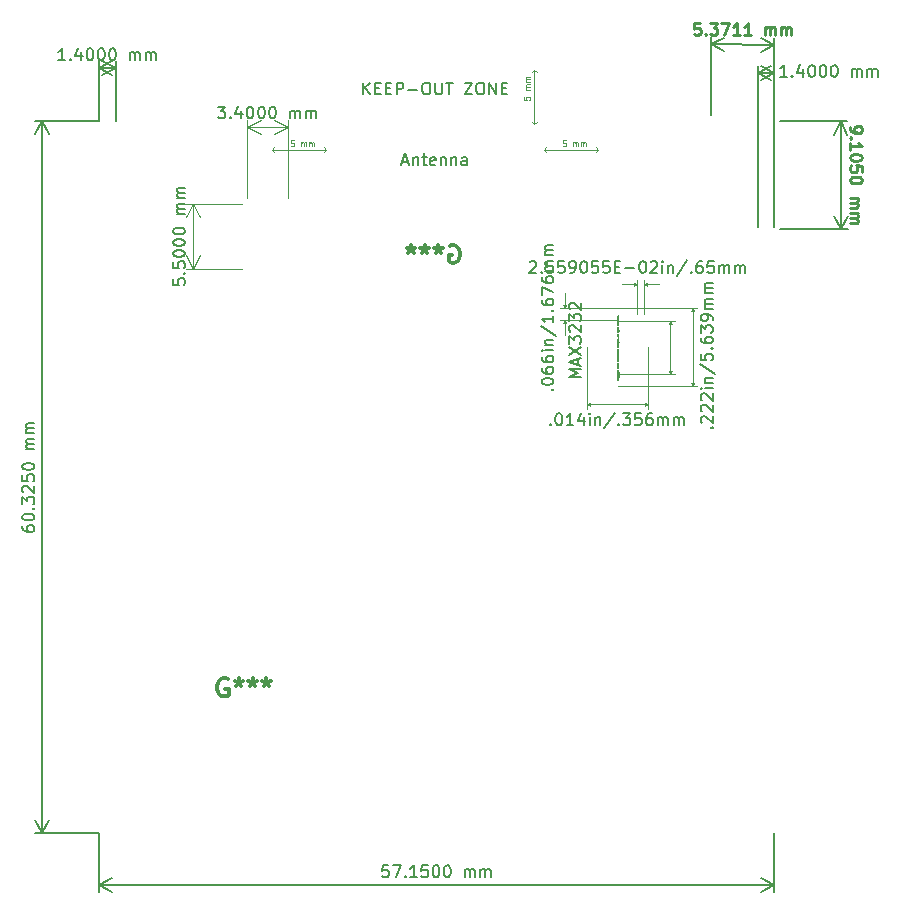
<source format=gbr>
%TF.GenerationSoftware,KiCad,Pcbnew,(6.0.7)*%
%TF.CreationDate,2023-01-19T11:49:32-06:00*%
%TF.ProjectId,SmartSpin2k,536d6172-7453-4706-996e-326b2e6b6963,2.35*%
%TF.SameCoordinates,Original*%
%TF.FileFunction,Other,Comment*%
%FSLAX46Y46*%
G04 Gerber Fmt 4.6, Leading zero omitted, Abs format (unit mm)*
G04 Created by KiCad (PCBNEW (6.0.7)) date 2023-01-19 11:49:32*
%MOMM*%
%LPD*%
G01*
G04 APERTURE LIST*
%ADD10C,0.250000*%
%ADD11C,0.200000*%
%ADD12C,0.150000*%
%ADD13C,0.100000*%
%ADD14C,0.002000*%
%ADD15C,0.300000*%
G04 APERTURE END LIST*
D10*
X50884706Y68606952D02*
X50408521Y68609204D01*
X50358650Y68133244D01*
X50406494Y68180637D01*
X50501956Y68227805D01*
X50740049Y68226680D01*
X50835061Y68178611D01*
X50882454Y68130767D01*
X50929622Y68035305D01*
X50928496Y67797212D01*
X50880427Y67702200D01*
X50832584Y67654807D01*
X50737121Y67607639D01*
X50499029Y67608765D01*
X50404017Y67656834D01*
X50356624Y67704677D01*
X51356613Y67699948D02*
X51404006Y67652105D01*
X51356162Y67604711D01*
X51308769Y67652555D01*
X51356613Y67699948D01*
X51356162Y67604711D01*
X51741839Y68602899D02*
X52360880Y68599971D01*
X52025749Y68220599D01*
X52168604Y68219924D01*
X52263616Y68171855D01*
X52311010Y68124011D01*
X52358178Y68028549D01*
X52357052Y67790456D01*
X52308983Y67695445D01*
X52261139Y67648051D01*
X52165677Y67600883D01*
X51879966Y67602234D01*
X51784954Y67650303D01*
X51737561Y67698147D01*
X52694210Y68598395D02*
X53360869Y68595242D01*
X52927573Y67597280D01*
X54260892Y67590975D02*
X53689469Y67593677D01*
X53975181Y67592326D02*
X53979910Y68592315D01*
X53883997Y68449909D01*
X53788310Y68355123D01*
X53692847Y68307955D01*
X55213262Y67586471D02*
X54641840Y67589173D01*
X54927551Y67587822D02*
X54932280Y68587811D01*
X54836367Y68445406D01*
X54740680Y68350619D01*
X54645218Y68303451D01*
X56403725Y67580841D02*
X56406877Y68247500D01*
X56406427Y68152263D02*
X56454271Y68199656D01*
X56549733Y68246825D01*
X56692589Y68246149D01*
X56787600Y68198080D01*
X56834769Y68102618D01*
X56832291Y67578814D01*
X56834769Y68102618D02*
X56882837Y68197630D01*
X56978300Y68244798D01*
X57121155Y68244122D01*
X57216167Y68196053D01*
X57263335Y68100591D01*
X57260858Y67576787D01*
X57737043Y67574535D02*
X57740196Y68241195D01*
X57739746Y68145958D02*
X57787589Y68193351D01*
X57883051Y68240519D01*
X58025907Y68239844D01*
X58120919Y68191775D01*
X58168087Y68096312D01*
X58165610Y67572509D01*
X58168087Y68096312D02*
X58216156Y68191324D01*
X58311618Y68238492D01*
X58454474Y68237817D01*
X58549485Y68189748D01*
X58596654Y68094286D01*
X58594176Y67570482D01*
D11*
X51781365Y60810394D02*
X51812487Y67391351D01*
X57152365Y60784994D02*
X57183487Y67365951D01*
X51809713Y66804938D02*
X57180713Y66779538D01*
X51809713Y66804938D02*
X57180713Y66779538D01*
X51809713Y66804938D02*
X52933431Y66213197D01*
X51809713Y66804938D02*
X52938977Y67386025D01*
X57180713Y66779538D02*
X56056995Y67371279D01*
X57180713Y66779538D02*
X56051449Y66198451D01*
D12*
X58242571Y64062620D02*
X57671142Y64062620D01*
X57956857Y64062620D02*
X57956857Y65062620D01*
X57861619Y64919762D01*
X57766380Y64824524D01*
X57671142Y64776905D01*
X58671142Y64157858D02*
X58718761Y64110239D01*
X58671142Y64062620D01*
X58623523Y64110239D01*
X58671142Y64157858D01*
X58671142Y64062620D01*
X59575904Y64729286D02*
X59575904Y64062620D01*
X59337809Y65110239D02*
X59099714Y64395953D01*
X59718761Y64395953D01*
X60290190Y65062620D02*
X60385428Y65062620D01*
X60480666Y65015000D01*
X60528285Y64967381D01*
X60575904Y64872143D01*
X60623523Y64681667D01*
X60623523Y64443572D01*
X60575904Y64253096D01*
X60528285Y64157858D01*
X60480666Y64110239D01*
X60385428Y64062620D01*
X60290190Y64062620D01*
X60194952Y64110239D01*
X60147333Y64157858D01*
X60099714Y64253096D01*
X60052095Y64443572D01*
X60052095Y64681667D01*
X60099714Y64872143D01*
X60147333Y64967381D01*
X60194952Y65015000D01*
X60290190Y65062620D01*
X61242571Y65062620D02*
X61337809Y65062620D01*
X61433047Y65015000D01*
X61480666Y64967381D01*
X61528285Y64872143D01*
X61575904Y64681667D01*
X61575904Y64443572D01*
X61528285Y64253096D01*
X61480666Y64157858D01*
X61433047Y64110239D01*
X61337809Y64062620D01*
X61242571Y64062620D01*
X61147333Y64110239D01*
X61099714Y64157858D01*
X61052095Y64253096D01*
X61004476Y64443572D01*
X61004476Y64681667D01*
X61052095Y64872143D01*
X61099714Y64967381D01*
X61147333Y65015000D01*
X61242571Y65062620D01*
X62194952Y65062620D02*
X62290190Y65062620D01*
X62385428Y65015000D01*
X62433047Y64967381D01*
X62480666Y64872143D01*
X62528285Y64681667D01*
X62528285Y64443572D01*
X62480666Y64253096D01*
X62433047Y64157858D01*
X62385428Y64110239D01*
X62290190Y64062620D01*
X62194952Y64062620D01*
X62099714Y64110239D01*
X62052095Y64157858D01*
X62004476Y64253096D01*
X61956857Y64443572D01*
X61956857Y64681667D01*
X62004476Y64872143D01*
X62052095Y64967381D01*
X62099714Y65015000D01*
X62194952Y65062620D01*
X63718761Y64062620D02*
X63718761Y64729286D01*
X63718761Y64634048D02*
X63766380Y64681667D01*
X63861619Y64729286D01*
X64004476Y64729286D01*
X64099714Y64681667D01*
X64147333Y64586429D01*
X64147333Y64062620D01*
X64147333Y64586429D02*
X64194952Y64681667D01*
X64290190Y64729286D01*
X64433047Y64729286D01*
X64528285Y64681667D01*
X64575904Y64586429D01*
X64575904Y64062620D01*
X65052095Y64062620D02*
X65052095Y64729286D01*
X65052095Y64634048D02*
X65099714Y64681667D01*
X65194952Y64729286D01*
X65337809Y64729286D01*
X65433047Y64681667D01*
X65480666Y64586429D01*
X65480666Y64062620D01*
X65480666Y64586429D02*
X65528285Y64681667D01*
X65623523Y64729286D01*
X65766380Y64729286D01*
X65861619Y64681667D01*
X65909238Y64586429D01*
X65909238Y64062620D01*
X57150000Y51307000D02*
X57150000Y64974420D01*
X55750000Y51307000D02*
X55750000Y64974420D01*
X56905667Y64388000D02*
X55750000Y64388000D01*
X57150000Y64388000D02*
X56023496Y64974421D01*
X57150000Y64388000D02*
X56023496Y63801579D01*
X55750000Y64388000D02*
X56876504Y63801579D01*
X55750000Y64388000D02*
X56876504Y64974421D01*
X-2871429Y65467620D02*
X-3442858Y65467620D01*
X-3157143Y65467620D02*
X-3157143Y66467620D01*
X-3252381Y66324762D01*
X-3347620Y66229524D01*
X-3442858Y66181905D01*
X-2442858Y65562858D02*
X-2395239Y65515239D01*
X-2442858Y65467620D01*
X-2490477Y65515239D01*
X-2442858Y65562858D01*
X-2442858Y65467620D01*
X-1538096Y66134286D02*
X-1538096Y65467620D01*
X-1776191Y66515239D02*
X-2014286Y65800953D01*
X-1395239Y65800953D01*
X-823810Y66467620D02*
X-728572Y66467620D01*
X-633334Y66420000D01*
X-585715Y66372381D01*
X-538096Y66277143D01*
X-490477Y66086667D01*
X-490477Y65848572D01*
X-538096Y65658096D01*
X-585715Y65562858D01*
X-633334Y65515239D01*
X-728572Y65467620D01*
X-823810Y65467620D01*
X-919048Y65515239D01*
X-966667Y65562858D01*
X-1014286Y65658096D01*
X-1061905Y65848572D01*
X-1061905Y66086667D01*
X-1014286Y66277143D01*
X-966667Y66372381D01*
X-919048Y66420000D01*
X-823810Y66467620D01*
X128571Y66467620D02*
X223809Y66467620D01*
X319047Y66420000D01*
X366666Y66372381D01*
X414285Y66277143D01*
X461904Y66086667D01*
X461904Y65848572D01*
X414285Y65658096D01*
X366666Y65562858D01*
X319047Y65515239D01*
X223809Y65467620D01*
X128571Y65467620D01*
X33333Y65515239D01*
X-14286Y65562858D01*
X-61905Y65658096D01*
X-109524Y65848572D01*
X-109524Y66086667D01*
X-61905Y66277143D01*
X-14286Y66372381D01*
X33333Y66420000D01*
X128571Y66467620D01*
X1080952Y66467620D02*
X1176190Y66467620D01*
X1271428Y66420000D01*
X1319047Y66372381D01*
X1366666Y66277143D01*
X1414285Y66086667D01*
X1414285Y65848572D01*
X1366666Y65658096D01*
X1319047Y65562858D01*
X1271428Y65515239D01*
X1176190Y65467620D01*
X1080952Y65467620D01*
X985714Y65515239D01*
X938095Y65562858D01*
X890476Y65658096D01*
X842857Y65848572D01*
X842857Y66086667D01*
X890476Y66277143D01*
X938095Y66372381D01*
X985714Y66420000D01*
X1080952Y66467620D01*
X2604761Y65467620D02*
X2604761Y66134286D01*
X2604761Y66039048D02*
X2652380Y66086667D01*
X2747619Y66134286D01*
X2890476Y66134286D01*
X2985714Y66086667D01*
X3033333Y65991429D01*
X3033333Y65467620D01*
X3033333Y65991429D02*
X3080952Y66086667D01*
X3176190Y66134286D01*
X3319047Y66134286D01*
X3414285Y66086667D01*
X3461904Y65991429D01*
X3461904Y65467620D01*
X3938095Y65467620D02*
X3938095Y66134286D01*
X3938095Y66039048D02*
X3985714Y66086667D01*
X4080952Y66134286D01*
X4223809Y66134286D01*
X4319047Y66086667D01*
X4366666Y65991429D01*
X4366666Y65467620D01*
X4366666Y65991429D02*
X4414285Y66086667D01*
X4509523Y66134286D01*
X4652380Y66134286D01*
X4747619Y66086667D01*
X4795238Y65991429D01*
X4795238Y65467620D01*
X1400000Y60325000D02*
X1400000Y65356420D01*
X0Y60325000D02*
X0Y65356420D01*
X1400000Y64770000D02*
X0Y64770000D01*
X1400000Y64770000D02*
X0Y64770000D01*
X1400000Y64770000D02*
X273496Y65356421D01*
X1400000Y64770000D02*
X273496Y64183579D01*
X0Y64770000D02*
X1126504Y64183579D01*
X0Y64770000D02*
X1126504Y65356421D01*
X10075523Y61539020D02*
X10694571Y61539020D01*
X10361238Y61158067D01*
X10504095Y61158067D01*
X10599333Y61110448D01*
X10646952Y61062829D01*
X10694571Y60967591D01*
X10694571Y60729496D01*
X10646952Y60634258D01*
X10599333Y60586639D01*
X10504095Y60539020D01*
X10218380Y60539020D01*
X10123142Y60586639D01*
X10075523Y60634258D01*
X11123142Y60634258D02*
X11170761Y60586639D01*
X11123142Y60539020D01*
X11075523Y60586639D01*
X11123142Y60634258D01*
X11123142Y60539020D01*
X12027904Y61205686D02*
X12027904Y60539020D01*
X11789809Y61586639D02*
X11551714Y60872353D01*
X12170761Y60872353D01*
X12742190Y61539020D02*
X12837428Y61539020D01*
X12932666Y61491400D01*
X12980285Y61443781D01*
X13027904Y61348543D01*
X13075523Y61158067D01*
X13075523Y60919972D01*
X13027904Y60729496D01*
X12980285Y60634258D01*
X12932666Y60586639D01*
X12837428Y60539020D01*
X12742190Y60539020D01*
X12646952Y60586639D01*
X12599333Y60634258D01*
X12551714Y60729496D01*
X12504095Y60919972D01*
X12504095Y61158067D01*
X12551714Y61348543D01*
X12599333Y61443781D01*
X12646952Y61491400D01*
X12742190Y61539020D01*
X13694571Y61539020D02*
X13789809Y61539020D01*
X13885047Y61491400D01*
X13932666Y61443781D01*
X13980285Y61348543D01*
X14027904Y61158067D01*
X14027904Y60919972D01*
X13980285Y60729496D01*
X13932666Y60634258D01*
X13885047Y60586639D01*
X13789809Y60539020D01*
X13694571Y60539020D01*
X13599333Y60586639D01*
X13551714Y60634258D01*
X13504095Y60729496D01*
X13456476Y60919972D01*
X13456476Y61158067D01*
X13504095Y61348543D01*
X13551714Y61443781D01*
X13599333Y61491400D01*
X13694571Y61539020D01*
X14646952Y61539020D02*
X14742190Y61539020D01*
X14837428Y61491400D01*
X14885047Y61443781D01*
X14932666Y61348543D01*
X14980285Y61158067D01*
X14980285Y60919972D01*
X14932666Y60729496D01*
X14885047Y60634258D01*
X14837428Y60586639D01*
X14742190Y60539020D01*
X14646952Y60539020D01*
X14551714Y60586639D01*
X14504095Y60634258D01*
X14456476Y60729496D01*
X14408857Y60919972D01*
X14408857Y61158067D01*
X14456476Y61348543D01*
X14504095Y61443781D01*
X14551714Y61491400D01*
X14646952Y61539020D01*
X16170761Y60539020D02*
X16170761Y61205686D01*
X16170761Y61110448D02*
X16218380Y61158067D01*
X16313619Y61205686D01*
X16456476Y61205686D01*
X16551714Y61158067D01*
X16599333Y61062829D01*
X16599333Y60539020D01*
X16599333Y61062829D02*
X16646952Y61158067D01*
X16742190Y61205686D01*
X16885047Y61205686D01*
X16980285Y61158067D01*
X17027904Y61062829D01*
X17027904Y60539020D01*
X17504095Y60539020D02*
X17504095Y61205686D01*
X17504095Y61110448D02*
X17551714Y61158067D01*
X17646952Y61205686D01*
X17789809Y61205686D01*
X17885047Y61158067D01*
X17932666Y61062829D01*
X17932666Y60539020D01*
X17932666Y61062829D02*
X17980285Y61158067D01*
X18075523Y61205686D01*
X18218380Y61205686D01*
X18313619Y61158067D01*
X18361238Y61062829D01*
X18361238Y60539020D01*
D13*
X12566000Y53817800D02*
X12566000Y60427820D01*
X15966000Y53817800D02*
X15966000Y60427820D01*
X12566000Y59841400D02*
X15966000Y59841400D01*
X12566000Y59841400D02*
X15966000Y59841400D01*
X12566000Y59841400D02*
X13692504Y59254979D01*
X12566000Y59841400D02*
X13692504Y60427821D01*
X15966000Y59841400D02*
X14839496Y60427821D01*
X15966000Y59841400D02*
X14839496Y59254979D01*
D12*
X24479761Y-2702380D02*
X24003571Y-2702380D01*
X23955952Y-3178571D01*
X24003571Y-3130952D01*
X24098809Y-3083333D01*
X24336904Y-3083333D01*
X24432142Y-3130952D01*
X24479761Y-3178571D01*
X24527380Y-3273809D01*
X24527380Y-3511904D01*
X24479761Y-3607142D01*
X24432142Y-3654761D01*
X24336904Y-3702380D01*
X24098809Y-3702380D01*
X24003571Y-3654761D01*
X23955952Y-3607142D01*
X24860714Y-2702380D02*
X25527380Y-2702380D01*
X25098809Y-3702380D01*
X25908333Y-3607142D02*
X25955952Y-3654761D01*
X25908333Y-3702380D01*
X25860714Y-3654761D01*
X25908333Y-3607142D01*
X25908333Y-3702380D01*
X26908333Y-3702380D02*
X26336904Y-3702380D01*
X26622619Y-3702380D02*
X26622619Y-2702380D01*
X26527380Y-2845238D01*
X26432142Y-2940476D01*
X26336904Y-2988095D01*
X27813095Y-2702380D02*
X27336904Y-2702380D01*
X27289285Y-3178571D01*
X27336904Y-3130952D01*
X27432142Y-3083333D01*
X27670238Y-3083333D01*
X27765476Y-3130952D01*
X27813095Y-3178571D01*
X27860714Y-3273809D01*
X27860714Y-3511904D01*
X27813095Y-3607142D01*
X27765476Y-3654761D01*
X27670238Y-3702380D01*
X27432142Y-3702380D01*
X27336904Y-3654761D01*
X27289285Y-3607142D01*
X28479761Y-2702380D02*
X28575000Y-2702380D01*
X28670238Y-2750000D01*
X28717857Y-2797619D01*
X28765476Y-2892857D01*
X28813095Y-3083333D01*
X28813095Y-3321428D01*
X28765476Y-3511904D01*
X28717857Y-3607142D01*
X28670238Y-3654761D01*
X28575000Y-3702380D01*
X28479761Y-3702380D01*
X28384523Y-3654761D01*
X28336904Y-3607142D01*
X28289285Y-3511904D01*
X28241666Y-3321428D01*
X28241666Y-3083333D01*
X28289285Y-2892857D01*
X28336904Y-2797619D01*
X28384523Y-2750000D01*
X28479761Y-2702380D01*
X29432142Y-2702380D02*
X29527380Y-2702380D01*
X29622619Y-2750000D01*
X29670238Y-2797619D01*
X29717857Y-2892857D01*
X29765476Y-3083333D01*
X29765476Y-3321428D01*
X29717857Y-3511904D01*
X29670238Y-3607142D01*
X29622619Y-3654761D01*
X29527380Y-3702380D01*
X29432142Y-3702380D01*
X29336904Y-3654761D01*
X29289285Y-3607142D01*
X29241666Y-3511904D01*
X29194047Y-3321428D01*
X29194047Y-3083333D01*
X29241666Y-2892857D01*
X29289285Y-2797619D01*
X29336904Y-2750000D01*
X29432142Y-2702380D01*
X30955952Y-3702380D02*
X30955952Y-3035714D01*
X30955952Y-3130952D02*
X31003571Y-3083333D01*
X31098809Y-3035714D01*
X31241666Y-3035714D01*
X31336904Y-3083333D01*
X31384523Y-3178571D01*
X31384523Y-3702380D01*
X31384523Y-3178571D02*
X31432142Y-3083333D01*
X31527380Y-3035714D01*
X31670238Y-3035714D01*
X31765476Y-3083333D01*
X31813095Y-3178571D01*
X31813095Y-3702380D01*
X32289285Y-3702380D02*
X32289285Y-3035714D01*
X32289285Y-3130952D02*
X32336904Y-3083333D01*
X32432142Y-3035714D01*
X32575000Y-3035714D01*
X32670238Y-3083333D01*
X32717857Y-3178571D01*
X32717857Y-3702380D01*
X32717857Y-3178571D02*
X32765476Y-3083333D01*
X32860714Y-3035714D01*
X33003571Y-3035714D01*
X33098809Y-3083333D01*
X33146428Y-3178571D01*
X33146428Y-3702380D01*
X0Y0D02*
X0Y-4986420D01*
X57150000Y0D02*
X57150000Y-4986420D01*
X0Y-4400000D02*
X57150000Y-4400000D01*
X0Y-4400000D02*
X57150000Y-4400000D01*
X0Y-4400000D02*
X1126504Y-4986421D01*
X0Y-4400000D02*
X1126504Y-3813579D01*
X57150000Y-4400000D02*
X56023496Y-3813579D01*
X57150000Y-4400000D02*
X56023496Y-4986421D01*
X6268380Y46948753D02*
X6268380Y46472562D01*
X6744571Y46424943D01*
X6696952Y46472562D01*
X6649333Y46567800D01*
X6649333Y46805896D01*
X6696952Y46901134D01*
X6744571Y46948753D01*
X6839809Y46996372D01*
X7077904Y46996372D01*
X7173142Y46948753D01*
X7220761Y46901134D01*
X7268380Y46805896D01*
X7268380Y46567800D01*
X7220761Y46472562D01*
X7173142Y46424943D01*
X7173142Y47424943D02*
X7220761Y47472562D01*
X7268380Y47424943D01*
X7220761Y47377324D01*
X7173142Y47424943D01*
X7268380Y47424943D01*
X6268380Y48377324D02*
X6268380Y47901134D01*
X6744571Y47853515D01*
X6696952Y47901134D01*
X6649333Y47996372D01*
X6649333Y48234467D01*
X6696952Y48329705D01*
X6744571Y48377324D01*
X6839809Y48424943D01*
X7077904Y48424943D01*
X7173142Y48377324D01*
X7220761Y48329705D01*
X7268380Y48234467D01*
X7268380Y47996372D01*
X7220761Y47901134D01*
X7173142Y47853515D01*
X6268380Y49043991D02*
X6268380Y49139229D01*
X6316000Y49234467D01*
X6363619Y49282086D01*
X6458857Y49329705D01*
X6649333Y49377324D01*
X6887428Y49377324D01*
X7077904Y49329705D01*
X7173142Y49282086D01*
X7220761Y49234467D01*
X7268380Y49139229D01*
X7268380Y49043991D01*
X7220761Y48948753D01*
X7173142Y48901134D01*
X7077904Y48853515D01*
X6887428Y48805896D01*
X6649333Y48805896D01*
X6458857Y48853515D01*
X6363619Y48901134D01*
X6316000Y48948753D01*
X6268380Y49043991D01*
X6268380Y49996372D02*
X6268380Y50091610D01*
X6316000Y50186848D01*
X6363619Y50234467D01*
X6458857Y50282086D01*
X6649333Y50329705D01*
X6887428Y50329705D01*
X7077904Y50282086D01*
X7173142Y50234467D01*
X7220761Y50186848D01*
X7268380Y50091610D01*
X7268380Y49996372D01*
X7220761Y49901134D01*
X7173142Y49853515D01*
X7077904Y49805896D01*
X6887428Y49758277D01*
X6649333Y49758277D01*
X6458857Y49805896D01*
X6363619Y49853515D01*
X6316000Y49901134D01*
X6268380Y49996372D01*
X6268380Y50948753D02*
X6268380Y51043991D01*
X6316000Y51139229D01*
X6363619Y51186848D01*
X6458857Y51234467D01*
X6649333Y51282086D01*
X6887428Y51282086D01*
X7077904Y51234467D01*
X7173142Y51186848D01*
X7220761Y51139229D01*
X7268380Y51043991D01*
X7268380Y50948753D01*
X7220761Y50853515D01*
X7173142Y50805896D01*
X7077904Y50758277D01*
X6887428Y50710658D01*
X6649333Y50710658D01*
X6458857Y50758277D01*
X6363619Y50805896D01*
X6316000Y50853515D01*
X6268380Y50948753D01*
X7268380Y52472562D02*
X6601714Y52472562D01*
X6696952Y52472562D02*
X6649333Y52520181D01*
X6601714Y52615420D01*
X6601714Y52758277D01*
X6649333Y52853515D01*
X6744571Y52901134D01*
X7268380Y52901134D01*
X6744571Y52901134D02*
X6649333Y52948753D01*
X6601714Y53043991D01*
X6601714Y53186848D01*
X6649333Y53282086D01*
X6744571Y53329705D01*
X7268380Y53329705D01*
X7268380Y53805896D02*
X6601714Y53805896D01*
X6696952Y53805896D02*
X6649333Y53853515D01*
X6601714Y53948753D01*
X6601714Y54091610D01*
X6649333Y54186848D01*
X6744571Y54234467D01*
X7268380Y54234467D01*
X6744571Y54234467D02*
X6649333Y54282086D01*
X6601714Y54377324D01*
X6601714Y54520181D01*
X6649333Y54615420D01*
X6744571Y54663039D01*
X7268380Y54663039D01*
D13*
X12066000Y53317800D02*
X7379580Y53317800D01*
X12066000Y47817800D02*
X7379580Y47817800D01*
X7966000Y53317800D02*
X7966000Y47817800D01*
X7966000Y53317800D02*
X7966000Y47817800D01*
X7966000Y53317800D02*
X7379579Y52191296D01*
X7966000Y53317800D02*
X8552421Y52191296D01*
X7966000Y47817800D02*
X8552421Y48944304D01*
X7966000Y47817800D02*
X7379579Y48944304D01*
D12*
X-6497620Y26019643D02*
X-6497620Y25829167D01*
X-6450000Y25733929D01*
X-6402381Y25686310D01*
X-6259524Y25591072D01*
X-6069048Y25543453D01*
X-5688096Y25543453D01*
X-5592858Y25591072D01*
X-5545239Y25638691D01*
X-5497620Y25733929D01*
X-5497620Y25924405D01*
X-5545239Y26019643D01*
X-5592858Y26067262D01*
X-5688096Y26114881D01*
X-5926191Y26114881D01*
X-6021429Y26067262D01*
X-6069048Y26019643D01*
X-6116667Y25924405D01*
X-6116667Y25733929D01*
X-6069048Y25638691D01*
X-6021429Y25591072D01*
X-5926191Y25543453D01*
X-6497620Y26733929D02*
X-6497620Y26829167D01*
X-6450000Y26924405D01*
X-6402381Y26972024D01*
X-6307143Y27019643D01*
X-6116667Y27067262D01*
X-5878572Y27067262D01*
X-5688096Y27019643D01*
X-5592858Y26972024D01*
X-5545239Y26924405D01*
X-5497620Y26829167D01*
X-5497620Y26733929D01*
X-5545239Y26638691D01*
X-5592858Y26591072D01*
X-5688096Y26543453D01*
X-5878572Y26495834D01*
X-6116667Y26495834D01*
X-6307143Y26543453D01*
X-6402381Y26591072D01*
X-6450000Y26638691D01*
X-6497620Y26733929D01*
X-5592858Y27495834D02*
X-5545239Y27543453D01*
X-5497620Y27495834D01*
X-5545239Y27448215D01*
X-5592858Y27495834D01*
X-5497620Y27495834D01*
X-6497620Y27876786D02*
X-6497620Y28495834D01*
X-6116667Y28162500D01*
X-6116667Y28305358D01*
X-6069048Y28400596D01*
X-6021429Y28448215D01*
X-5926191Y28495834D01*
X-5688096Y28495834D01*
X-5592858Y28448215D01*
X-5545239Y28400596D01*
X-5497620Y28305358D01*
X-5497620Y28019643D01*
X-5545239Y27924405D01*
X-5592858Y27876786D01*
X-6402381Y28876786D02*
X-6450000Y28924405D01*
X-6497620Y29019643D01*
X-6497620Y29257739D01*
X-6450000Y29352977D01*
X-6402381Y29400596D01*
X-6307143Y29448215D01*
X-6211905Y29448215D01*
X-6069048Y29400596D01*
X-5497620Y28829167D01*
X-5497620Y29448215D01*
X-6497620Y30352977D02*
X-6497620Y29876786D01*
X-6021429Y29829167D01*
X-6069048Y29876786D01*
X-6116667Y29972024D01*
X-6116667Y30210120D01*
X-6069048Y30305358D01*
X-6021429Y30352977D01*
X-5926191Y30400596D01*
X-5688096Y30400596D01*
X-5592858Y30352977D01*
X-5545239Y30305358D01*
X-5497620Y30210120D01*
X-5497620Y29972024D01*
X-5545239Y29876786D01*
X-5592858Y29829167D01*
X-6497620Y31019643D02*
X-6497620Y31114881D01*
X-6450000Y31210120D01*
X-6402381Y31257739D01*
X-6307143Y31305358D01*
X-6116667Y31352977D01*
X-5878572Y31352977D01*
X-5688096Y31305358D01*
X-5592858Y31257739D01*
X-5545239Y31210120D01*
X-5497620Y31114881D01*
X-5497620Y31019643D01*
X-5545239Y30924405D01*
X-5592858Y30876786D01*
X-5688096Y30829167D01*
X-5878572Y30781548D01*
X-6116667Y30781548D01*
X-6307143Y30829167D01*
X-6402381Y30876786D01*
X-6450000Y30924405D01*
X-6497620Y31019643D01*
X-5497620Y32543453D02*
X-6164286Y32543453D01*
X-6069048Y32543453D02*
X-6116667Y32591072D01*
X-6164286Y32686310D01*
X-6164286Y32829167D01*
X-6116667Y32924405D01*
X-6021429Y32972024D01*
X-5497620Y32972024D01*
X-6021429Y32972024D02*
X-6116667Y33019643D01*
X-6164286Y33114881D01*
X-6164286Y33257739D01*
X-6116667Y33352977D01*
X-6021429Y33400596D01*
X-5497620Y33400596D01*
X-5497620Y33876786D02*
X-6164286Y33876786D01*
X-6069048Y33876786D02*
X-6116667Y33924405D01*
X-6164286Y34019643D01*
X-6164286Y34162500D01*
X-6116667Y34257739D01*
X-6021429Y34305358D01*
X-5497620Y34305358D01*
X-6021429Y34305358D02*
X-6116667Y34352977D01*
X-6164286Y34448215D01*
X-6164286Y34591072D01*
X-6116667Y34686310D01*
X-6021429Y34733929D01*
X-5497620Y34733929D01*
X0Y60325000D02*
X-5386420Y60325000D01*
X0Y0D02*
X-5386420Y0D01*
X-4800000Y60325000D02*
X-4800000Y0D01*
X-4800000Y60325000D02*
X-4800000Y0D01*
X-4800000Y60325000D02*
X-5386421Y59198496D01*
X-4800000Y60325000D02*
X-4213579Y59198496D01*
X-4800000Y0D02*
X-4213579Y1126504D01*
X-4800000Y0D02*
X-5386421Y1126504D01*
D10*
X63574913Y59789006D02*
X63575176Y59598530D01*
X63622927Y59503358D01*
X63670612Y59455804D01*
X63813601Y59360764D01*
X64004143Y59313409D01*
X64385095Y59313936D01*
X64480267Y59361687D01*
X64527820Y59409372D01*
X64575307Y59504675D01*
X64575044Y59695151D01*
X64527293Y59790324D01*
X64479608Y59837877D01*
X64384304Y59885364D01*
X64146209Y59885034D01*
X64051037Y59837284D01*
X64003484Y59789599D01*
X63955996Y59694295D01*
X63956260Y59503819D01*
X64004011Y59408647D01*
X64051696Y59361094D01*
X64147000Y59313606D01*
X63671403Y58884376D02*
X63623850Y58836692D01*
X63576165Y58884245D01*
X63623718Y58931930D01*
X63671403Y58884376D01*
X63576165Y58884245D01*
X63577549Y57884246D02*
X63576758Y58455674D01*
X63577153Y58169960D02*
X64577152Y58171343D01*
X64434163Y58266384D01*
X64338794Y58361490D01*
X64291043Y58456662D01*
X64578404Y57266582D02*
X64578536Y57171344D01*
X64531049Y57076040D01*
X64483496Y57028356D01*
X64388324Y56980605D01*
X64197914Y56932722D01*
X63959819Y56932393D01*
X63769277Y56979748D01*
X63673973Y57027235D01*
X63626288Y57074788D01*
X63578537Y57169961D01*
X63578405Y57265199D01*
X63625892Y57360502D01*
X63673446Y57408187D01*
X63768618Y57455938D01*
X63959028Y57503821D01*
X64197123Y57504150D01*
X64387665Y57456795D01*
X64482969Y57409308D01*
X64530653Y57361754D01*
X64578404Y57266582D01*
X64580118Y56028488D02*
X64579459Y56504678D01*
X64103203Y56551638D01*
X64150888Y56504085D01*
X64198638Y56408913D01*
X64198968Y56170818D01*
X64151481Y56075514D01*
X64103928Y56027829D01*
X64008756Y55980079D01*
X63770660Y55979749D01*
X63675357Y56027236D01*
X63627672Y56074789D01*
X63579921Y56169961D01*
X63579591Y56408056D01*
X63627079Y56503360D01*
X63674632Y56551045D01*
X64581040Y55361822D02*
X64581172Y55266584D01*
X64533685Y55171280D01*
X64486132Y55123596D01*
X64390960Y55075845D01*
X64200549Y55027962D01*
X63962454Y55027633D01*
X63771913Y55074988D01*
X63676609Y55122475D01*
X63628924Y55170028D01*
X63581173Y55265200D01*
X63581041Y55360438D01*
X63628528Y55455742D01*
X63676081Y55503427D01*
X63771254Y55551178D01*
X63961664Y55599061D01*
X64199759Y55599390D01*
X64390301Y55552035D01*
X64485605Y55504548D01*
X64533289Y55456994D01*
X64581040Y55361822D01*
X63583150Y53836630D02*
X64249816Y53837553D01*
X64154578Y53837421D02*
X64202263Y53789868D01*
X64250014Y53694696D01*
X64250211Y53551839D01*
X64202724Y53456535D01*
X64107552Y53408784D01*
X63583743Y53408059D01*
X64107552Y53408784D02*
X64202856Y53361297D01*
X64250607Y53266125D01*
X64250804Y53123268D01*
X64203317Y53027964D01*
X64108145Y52980213D01*
X63584336Y52979488D01*
X63584995Y52503298D02*
X64251661Y52504221D01*
X64156423Y52504089D02*
X64204108Y52456536D01*
X64251859Y52361364D01*
X64252056Y52218507D01*
X64204569Y52123203D01*
X64109397Y52075452D01*
X63585588Y52074727D01*
X64109397Y52075452D02*
X64204701Y52027965D01*
X64252452Y51932793D01*
X64252650Y51789936D01*
X64205162Y51694632D01*
X64109990Y51646881D01*
X63586181Y51646156D01*
D11*
X57662600Y51180692D02*
X63375616Y51188598D01*
X57650000Y60285692D02*
X63363016Y60293598D01*
X62789196Y51187786D02*
X62776596Y60292786D01*
X62789196Y51187786D02*
X62776596Y60292786D01*
X62789196Y51187786D02*
X63374057Y52315100D01*
X62789196Y51187786D02*
X62201217Y52313477D01*
X62776596Y60292786D02*
X62191735Y59165472D01*
X62776596Y60292786D02*
X63364575Y59167095D01*
D12*
%TO.C,U1*%
X25686095Y56862334D02*
X26162285Y56862334D01*
X25590857Y56576620D02*
X25924190Y57576620D01*
X26257523Y56576620D01*
X26590857Y57243286D02*
X26590857Y56576620D01*
X26590857Y57148048D02*
X26638476Y57195667D01*
X26733714Y57243286D01*
X26876571Y57243286D01*
X26971809Y57195667D01*
X27019428Y57100429D01*
X27019428Y56576620D01*
X27352761Y57243286D02*
X27733714Y57243286D01*
X27495619Y57576620D02*
X27495619Y56719477D01*
X27543238Y56624239D01*
X27638476Y56576620D01*
X27733714Y56576620D01*
X28448000Y56624239D02*
X28352761Y56576620D01*
X28162285Y56576620D01*
X28067047Y56624239D01*
X28019428Y56719477D01*
X28019428Y57100429D01*
X28067047Y57195667D01*
X28162285Y57243286D01*
X28352761Y57243286D01*
X28448000Y57195667D01*
X28495619Y57100429D01*
X28495619Y57005191D01*
X28019428Y56909953D01*
X28924190Y57243286D02*
X28924190Y56576620D01*
X28924190Y57148048D02*
X28971809Y57195667D01*
X29067047Y57243286D01*
X29209904Y57243286D01*
X29305142Y57195667D01*
X29352761Y57100429D01*
X29352761Y56576620D01*
X29828952Y57243286D02*
X29828952Y56576620D01*
X29828952Y57148048D02*
X29876571Y57195667D01*
X29971809Y57243286D01*
X30114666Y57243286D01*
X30209904Y57195667D01*
X30257523Y57100429D01*
X30257523Y56576620D01*
X31162285Y56576620D02*
X31162285Y57100429D01*
X31114666Y57195667D01*
X31019428Y57243286D01*
X30828952Y57243286D01*
X30733714Y57195667D01*
X31162285Y56624239D02*
X31067047Y56576620D01*
X30828952Y56576620D01*
X30733714Y56624239D01*
X30686095Y56719477D01*
X30686095Y56814715D01*
X30733714Y56909953D01*
X30828952Y56957572D01*
X31067047Y56957572D01*
X31162285Y57005191D01*
D13*
X16509904Y58677810D02*
X16271809Y58677810D01*
X16248000Y58439715D01*
X16271809Y58463524D01*
X16319428Y58487334D01*
X16438476Y58487334D01*
X16486095Y58463524D01*
X16509904Y58439715D01*
X16533714Y58392096D01*
X16533714Y58273048D01*
X16509904Y58225429D01*
X16486095Y58201620D01*
X16438476Y58177810D01*
X16319428Y58177810D01*
X16271809Y58201620D01*
X16248000Y58225429D01*
X17128952Y58177810D02*
X17128952Y58511143D01*
X17128952Y58463524D02*
X17152761Y58487334D01*
X17200380Y58511143D01*
X17271809Y58511143D01*
X17319428Y58487334D01*
X17343238Y58439715D01*
X17343238Y58177810D01*
X17343238Y58439715D02*
X17367047Y58487334D01*
X17414666Y58511143D01*
X17486095Y58511143D01*
X17533714Y58487334D01*
X17557523Y58439715D01*
X17557523Y58177810D01*
X17795619Y58177810D02*
X17795619Y58511143D01*
X17795619Y58463524D02*
X17819428Y58487334D01*
X17867047Y58511143D01*
X17938476Y58511143D01*
X17986095Y58487334D01*
X18009904Y58439715D01*
X18009904Y58177810D01*
X18009904Y58439715D02*
X18033714Y58487334D01*
X18081333Y58511143D01*
X18152761Y58511143D01*
X18200380Y58487334D01*
X18224190Y58439715D01*
X18224190Y58177810D01*
D12*
X22376571Y62576620D02*
X22376571Y63576620D01*
X22948000Y62576620D02*
X22519428Y63148048D01*
X22948000Y63576620D02*
X22376571Y63005191D01*
X23376571Y63100429D02*
X23709904Y63100429D01*
X23852761Y62576620D02*
X23376571Y62576620D01*
X23376571Y63576620D01*
X23852761Y63576620D01*
X24281333Y63100429D02*
X24614666Y63100429D01*
X24757523Y62576620D02*
X24281333Y62576620D01*
X24281333Y63576620D01*
X24757523Y63576620D01*
X25186095Y62576620D02*
X25186095Y63576620D01*
X25567047Y63576620D01*
X25662285Y63529000D01*
X25709904Y63481381D01*
X25757523Y63386143D01*
X25757523Y63243286D01*
X25709904Y63148048D01*
X25662285Y63100429D01*
X25567047Y63052810D01*
X25186095Y63052810D01*
X26186095Y62957572D02*
X26948000Y62957572D01*
X27614666Y63576620D02*
X27805142Y63576620D01*
X27900380Y63529000D01*
X27995619Y63433762D01*
X28043238Y63243286D01*
X28043238Y62909953D01*
X27995619Y62719477D01*
X27900380Y62624239D01*
X27805142Y62576620D01*
X27614666Y62576620D01*
X27519428Y62624239D01*
X27424190Y62719477D01*
X27376571Y62909953D01*
X27376571Y63243286D01*
X27424190Y63433762D01*
X27519428Y63529000D01*
X27614666Y63576620D01*
X28471809Y63576620D02*
X28471809Y62767096D01*
X28519428Y62671858D01*
X28567047Y62624239D01*
X28662285Y62576620D01*
X28852761Y62576620D01*
X28948000Y62624239D01*
X28995619Y62671858D01*
X29043238Y62767096D01*
X29043238Y63576620D01*
X29376571Y63576620D02*
X29948000Y63576620D01*
X29662285Y62576620D02*
X29662285Y63576620D01*
X30948000Y63576620D02*
X31614666Y63576620D01*
X30948000Y62576620D01*
X31614666Y62576620D01*
X32186095Y63576620D02*
X32376571Y63576620D01*
X32471809Y63529000D01*
X32567047Y63433762D01*
X32614666Y63243286D01*
X32614666Y62909953D01*
X32567047Y62719477D01*
X32471809Y62624239D01*
X32376571Y62576620D01*
X32186095Y62576620D01*
X32090857Y62624239D01*
X31995619Y62719477D01*
X31948000Y62909953D01*
X31948000Y63243286D01*
X31995619Y63433762D01*
X32090857Y63529000D01*
X32186095Y63576620D01*
X33043238Y62576620D02*
X33043238Y63576620D01*
X33614666Y62576620D01*
X33614666Y63576620D01*
X34090857Y63100429D02*
X34424190Y63100429D01*
X34567047Y62576620D02*
X34090857Y62576620D01*
X34090857Y63576620D01*
X34567047Y63576620D01*
D13*
X35974190Y62365905D02*
X35974190Y62127810D01*
X36212285Y62104000D01*
X36188476Y62127810D01*
X36164666Y62175429D01*
X36164666Y62294477D01*
X36188476Y62342096D01*
X36212285Y62365905D01*
X36259904Y62389715D01*
X36378952Y62389715D01*
X36426571Y62365905D01*
X36450380Y62342096D01*
X36474190Y62294477D01*
X36474190Y62175429D01*
X36450380Y62127810D01*
X36426571Y62104000D01*
X36474190Y62984953D02*
X36140857Y62984953D01*
X36188476Y62984953D02*
X36164666Y63008762D01*
X36140857Y63056381D01*
X36140857Y63127810D01*
X36164666Y63175429D01*
X36212285Y63199239D01*
X36474190Y63199239D01*
X36212285Y63199239D02*
X36164666Y63223048D01*
X36140857Y63270667D01*
X36140857Y63342096D01*
X36164666Y63389715D01*
X36212285Y63413524D01*
X36474190Y63413524D01*
X36474190Y63651620D02*
X36140857Y63651620D01*
X36188476Y63651620D02*
X36164666Y63675429D01*
X36140857Y63723048D01*
X36140857Y63794477D01*
X36164666Y63842096D01*
X36212285Y63865905D01*
X36474190Y63865905D01*
X36212285Y63865905D02*
X36164666Y63889715D01*
X36140857Y63937334D01*
X36140857Y64008762D01*
X36164666Y64056381D01*
X36212285Y64080191D01*
X36474190Y64080191D01*
X39509904Y58677810D02*
X39271809Y58677810D01*
X39248000Y58439715D01*
X39271809Y58463524D01*
X39319428Y58487334D01*
X39438476Y58487334D01*
X39486095Y58463524D01*
X39509904Y58439715D01*
X39533714Y58392096D01*
X39533714Y58273048D01*
X39509904Y58225429D01*
X39486095Y58201620D01*
X39438476Y58177810D01*
X39319428Y58177810D01*
X39271809Y58201620D01*
X39248000Y58225429D01*
X40128952Y58177810D02*
X40128952Y58511143D01*
X40128952Y58463524D02*
X40152761Y58487334D01*
X40200380Y58511143D01*
X40271809Y58511143D01*
X40319428Y58487334D01*
X40343238Y58439715D01*
X40343238Y58177810D01*
X40343238Y58439715D02*
X40367047Y58487334D01*
X40414666Y58511143D01*
X40486095Y58511143D01*
X40533714Y58487334D01*
X40557523Y58439715D01*
X40557523Y58177810D01*
X40795619Y58177810D02*
X40795619Y58511143D01*
X40795619Y58463524D02*
X40819428Y58487334D01*
X40867047Y58511143D01*
X40938476Y58511143D01*
X40986095Y58487334D01*
X41009904Y58439715D01*
X41009904Y58177810D01*
X41009904Y58439715D02*
X41033714Y58487334D01*
X41081333Y58511143D01*
X41152761Y58511143D01*
X41200380Y58487334D01*
X41224190Y58439715D01*
X41224190Y58177810D01*
D12*
%TO.C,U3*%
X40808880Y38615443D02*
X39808880Y38615443D01*
X40523166Y38948777D01*
X39808880Y39282110D01*
X40808880Y39282110D01*
X40523166Y39710681D02*
X40523166Y40186872D01*
X40808880Y39615443D02*
X39808880Y39948777D01*
X40808880Y40282110D01*
X39808880Y40520205D02*
X40808880Y41186872D01*
X39808880Y41186872D02*
X40808880Y40520205D01*
X39808880Y41472586D02*
X39808880Y42091634D01*
X40189833Y41758300D01*
X40189833Y41901158D01*
X40237452Y41996396D01*
X40285071Y42044015D01*
X40380309Y42091634D01*
X40618404Y42091634D01*
X40713642Y42044015D01*
X40761261Y41996396D01*
X40808880Y41901158D01*
X40808880Y41615443D01*
X40761261Y41520205D01*
X40713642Y41472586D01*
X39904119Y42472586D02*
X39856500Y42520205D01*
X39808880Y42615443D01*
X39808880Y42853539D01*
X39856500Y42948777D01*
X39904119Y42996396D01*
X39999357Y43044015D01*
X40094595Y43044015D01*
X40237452Y42996396D01*
X40808880Y42424967D01*
X40808880Y43044015D01*
X39808880Y43377348D02*
X39808880Y43996396D01*
X40189833Y43663062D01*
X40189833Y43805920D01*
X40237452Y43901158D01*
X40285071Y43948777D01*
X40380309Y43996396D01*
X40618404Y43996396D01*
X40713642Y43948777D01*
X40761261Y43901158D01*
X40808880Y43805920D01*
X40808880Y43520205D01*
X40761261Y43424967D01*
X40713642Y43377348D01*
X39904119Y44377348D02*
X39856500Y44424967D01*
X39808880Y44520205D01*
X39808880Y44758300D01*
X39856500Y44853539D01*
X39904119Y44901158D01*
X39999357Y44948777D01*
X40094595Y44948777D01*
X40237452Y44901158D01*
X40808880Y44329729D01*
X40808880Y44948777D01*
X38364642Y37555253D02*
X38412261Y37602872D01*
X38459880Y37555253D01*
X38412261Y37507634D01*
X38364642Y37555253D01*
X38459880Y37555253D01*
X37459880Y38221920D02*
X37459880Y38317158D01*
X37507500Y38412396D01*
X37555119Y38460015D01*
X37650357Y38507634D01*
X37840833Y38555253D01*
X38078928Y38555253D01*
X38269404Y38507634D01*
X38364642Y38460015D01*
X38412261Y38412396D01*
X38459880Y38317158D01*
X38459880Y38221920D01*
X38412261Y38126681D01*
X38364642Y38079062D01*
X38269404Y38031443D01*
X38078928Y37983824D01*
X37840833Y37983824D01*
X37650357Y38031443D01*
X37555119Y38079062D01*
X37507500Y38126681D01*
X37459880Y38221920D01*
X37459880Y39412396D02*
X37459880Y39221920D01*
X37507500Y39126681D01*
X37555119Y39079062D01*
X37697976Y38983824D01*
X37888452Y38936205D01*
X38269404Y38936205D01*
X38364642Y38983824D01*
X38412261Y39031443D01*
X38459880Y39126681D01*
X38459880Y39317158D01*
X38412261Y39412396D01*
X38364642Y39460015D01*
X38269404Y39507634D01*
X38031309Y39507634D01*
X37936071Y39460015D01*
X37888452Y39412396D01*
X37840833Y39317158D01*
X37840833Y39126681D01*
X37888452Y39031443D01*
X37936071Y38983824D01*
X38031309Y38936205D01*
X37459880Y40364777D02*
X37459880Y40174300D01*
X37507500Y40079062D01*
X37555119Y40031443D01*
X37697976Y39936205D01*
X37888452Y39888586D01*
X38269404Y39888586D01*
X38364642Y39936205D01*
X38412261Y39983824D01*
X38459880Y40079062D01*
X38459880Y40269539D01*
X38412261Y40364777D01*
X38364642Y40412396D01*
X38269404Y40460015D01*
X38031309Y40460015D01*
X37936071Y40412396D01*
X37888452Y40364777D01*
X37840833Y40269539D01*
X37840833Y40079062D01*
X37888452Y39983824D01*
X37936071Y39936205D01*
X38031309Y39888586D01*
X38459880Y40888586D02*
X37793214Y40888586D01*
X37459880Y40888586D02*
X37507500Y40840967D01*
X37555119Y40888586D01*
X37507500Y40936205D01*
X37459880Y40888586D01*
X37555119Y40888586D01*
X37793214Y41364777D02*
X38459880Y41364777D01*
X37888452Y41364777D02*
X37840833Y41412396D01*
X37793214Y41507634D01*
X37793214Y41650491D01*
X37840833Y41745729D01*
X37936071Y41793348D01*
X38459880Y41793348D01*
X37412261Y42983824D02*
X38697976Y42126681D01*
X38459880Y43840967D02*
X38459880Y43269539D01*
X38459880Y43555253D02*
X37459880Y43555253D01*
X37602738Y43460015D01*
X37697976Y43364777D01*
X37745595Y43269539D01*
X38364642Y44269539D02*
X38412261Y44317158D01*
X38459880Y44269539D01*
X38412261Y44221920D01*
X38364642Y44269539D01*
X38459880Y44269539D01*
X37459880Y45174300D02*
X37459880Y44983824D01*
X37507500Y44888586D01*
X37555119Y44840967D01*
X37697976Y44745729D01*
X37888452Y44698110D01*
X38269404Y44698110D01*
X38364642Y44745729D01*
X38412261Y44793348D01*
X38459880Y44888586D01*
X38459880Y45079062D01*
X38412261Y45174300D01*
X38364642Y45221920D01*
X38269404Y45269539D01*
X38031309Y45269539D01*
X37936071Y45221920D01*
X37888452Y45174300D01*
X37840833Y45079062D01*
X37840833Y44888586D01*
X37888452Y44793348D01*
X37936071Y44745729D01*
X38031309Y44698110D01*
X37459880Y45602872D02*
X37459880Y46269539D01*
X38459880Y45840967D01*
X37459880Y47079062D02*
X37459880Y46888586D01*
X37507500Y46793348D01*
X37555119Y46745729D01*
X37697976Y46650491D01*
X37888452Y46602872D01*
X38269404Y46602872D01*
X38364642Y46650491D01*
X38412261Y46698110D01*
X38459880Y46793348D01*
X38459880Y46983824D01*
X38412261Y47079062D01*
X38364642Y47126681D01*
X38269404Y47174300D01*
X38031309Y47174300D01*
X37936071Y47126681D01*
X37888452Y47079062D01*
X37840833Y46983824D01*
X37840833Y46793348D01*
X37888452Y46698110D01*
X37936071Y46650491D01*
X38031309Y46602872D01*
X38459880Y47602872D02*
X37793214Y47602872D01*
X37888452Y47602872D02*
X37840833Y47650491D01*
X37793214Y47745729D01*
X37793214Y47888586D01*
X37840833Y47983824D01*
X37936071Y48031443D01*
X38459880Y48031443D01*
X37936071Y48031443D02*
X37840833Y48079062D01*
X37793214Y48174300D01*
X37793214Y48317158D01*
X37840833Y48412396D01*
X37936071Y48460015D01*
X38459880Y48460015D01*
X38459880Y48936205D02*
X37793214Y48936205D01*
X37888452Y48936205D02*
X37840833Y48983824D01*
X37793214Y49079062D01*
X37793214Y49221920D01*
X37840833Y49317158D01*
X37936071Y49364777D01*
X38459880Y49364777D01*
X37936071Y49364777D02*
X37840833Y49412396D01*
X37793214Y49507634D01*
X37793214Y49650491D01*
X37840833Y49745729D01*
X37936071Y49793348D01*
X38459880Y49793348D01*
D14*
X43942857Y38498467D02*
X43948904Y38492420D01*
X43954952Y38474277D01*
X43954952Y38462181D01*
X43948904Y38444039D01*
X43936809Y38431943D01*
X43924714Y38425896D01*
X43900523Y38419848D01*
X43882380Y38419848D01*
X43858190Y38425896D01*
X43846095Y38431943D01*
X43834000Y38444039D01*
X43827952Y38462181D01*
X43827952Y38474277D01*
X43834000Y38492420D01*
X43840047Y38498467D01*
X43954952Y38571039D02*
X43948904Y38558943D01*
X43942857Y38552896D01*
X43930761Y38546848D01*
X43894476Y38546848D01*
X43882380Y38552896D01*
X43876333Y38558943D01*
X43870285Y38571039D01*
X43870285Y38589181D01*
X43876333Y38601277D01*
X43882380Y38607324D01*
X43894476Y38613372D01*
X43930761Y38613372D01*
X43942857Y38607324D01*
X43948904Y38601277D01*
X43954952Y38589181D01*
X43954952Y38571039D01*
X43870285Y38667800D02*
X43997285Y38667800D01*
X43876333Y38667800D02*
X43870285Y38679896D01*
X43870285Y38704086D01*
X43876333Y38716181D01*
X43882380Y38722229D01*
X43894476Y38728277D01*
X43930761Y38728277D01*
X43942857Y38722229D01*
X43948904Y38716181D01*
X43954952Y38704086D01*
X43954952Y38679896D01*
X43948904Y38667800D01*
X43870285Y38770610D02*
X43954952Y38800848D01*
X43870285Y38831086D02*
X43954952Y38800848D01*
X43985190Y38788753D01*
X43991238Y38782705D01*
X43997285Y38770610D01*
X43954952Y38879467D02*
X43870285Y38879467D01*
X43894476Y38879467D02*
X43882380Y38885515D01*
X43876333Y38891562D01*
X43870285Y38903658D01*
X43870285Y38915753D01*
X43954952Y38958086D02*
X43870285Y38958086D01*
X43827952Y38958086D02*
X43834000Y38952039D01*
X43840047Y38958086D01*
X43834000Y38964134D01*
X43827952Y38958086D01*
X43840047Y38958086D01*
X43870285Y39072991D02*
X43973095Y39072991D01*
X43985190Y39066943D01*
X43991238Y39060896D01*
X43997285Y39048800D01*
X43997285Y39030658D01*
X43991238Y39018562D01*
X43948904Y39072991D02*
X43954952Y39060896D01*
X43954952Y39036705D01*
X43948904Y39024610D01*
X43942857Y39018562D01*
X43930761Y39012515D01*
X43894476Y39012515D01*
X43882380Y39018562D01*
X43876333Y39024610D01*
X43870285Y39036705D01*
X43870285Y39060896D01*
X43876333Y39072991D01*
X43954952Y39133467D02*
X43827952Y39133467D01*
X43954952Y39187896D02*
X43888428Y39187896D01*
X43876333Y39181848D01*
X43870285Y39169753D01*
X43870285Y39151610D01*
X43876333Y39139515D01*
X43882380Y39133467D01*
X43870285Y39230229D02*
X43870285Y39278610D01*
X43827952Y39248372D02*
X43936809Y39248372D01*
X43948904Y39254420D01*
X43954952Y39266515D01*
X43954952Y39278610D01*
X43840047Y39411658D02*
X43834000Y39417705D01*
X43827952Y39429800D01*
X43827952Y39460039D01*
X43834000Y39472134D01*
X43840047Y39478181D01*
X43852142Y39484229D01*
X43864238Y39484229D01*
X43882380Y39478181D01*
X43954952Y39405610D01*
X43954952Y39484229D01*
X43827952Y39562848D02*
X43827952Y39574943D01*
X43834000Y39587039D01*
X43840047Y39593086D01*
X43852142Y39599134D01*
X43876333Y39605181D01*
X43906571Y39605181D01*
X43930761Y39599134D01*
X43942857Y39593086D01*
X43948904Y39587039D01*
X43954952Y39574943D01*
X43954952Y39562848D01*
X43948904Y39550753D01*
X43942857Y39544705D01*
X43930761Y39538658D01*
X43906571Y39532610D01*
X43876333Y39532610D01*
X43852142Y39538658D01*
X43840047Y39544705D01*
X43834000Y39550753D01*
X43827952Y39562848D01*
X43840047Y39653562D02*
X43834000Y39659610D01*
X43827952Y39671705D01*
X43827952Y39701943D01*
X43834000Y39714039D01*
X43840047Y39720086D01*
X43852142Y39726134D01*
X43864238Y39726134D01*
X43882380Y39720086D01*
X43954952Y39647515D01*
X43954952Y39726134D01*
X43954952Y39847086D02*
X43954952Y39774515D01*
X43954952Y39810800D02*
X43827952Y39810800D01*
X43846095Y39798705D01*
X43858190Y39786610D01*
X43864238Y39774515D01*
X43918666Y39992229D02*
X43918666Y40052705D01*
X43954952Y39980134D02*
X43827952Y40022467D01*
X43954952Y40064800D01*
X43948904Y40161562D02*
X43954952Y40149467D01*
X43954952Y40125277D01*
X43948904Y40113181D01*
X43942857Y40107134D01*
X43930761Y40101086D01*
X43894476Y40101086D01*
X43882380Y40107134D01*
X43876333Y40113181D01*
X43870285Y40125277D01*
X43870285Y40149467D01*
X43876333Y40161562D01*
X43948904Y40270420D02*
X43954952Y40258324D01*
X43954952Y40234134D01*
X43948904Y40222039D01*
X43942857Y40215991D01*
X43930761Y40209943D01*
X43894476Y40209943D01*
X43882380Y40215991D01*
X43876333Y40222039D01*
X43870285Y40234134D01*
X43870285Y40258324D01*
X43876333Y40270420D01*
X43948904Y40373229D02*
X43954952Y40361134D01*
X43954952Y40336943D01*
X43948904Y40324848D01*
X43936809Y40318800D01*
X43888428Y40318800D01*
X43876333Y40324848D01*
X43870285Y40336943D01*
X43870285Y40361134D01*
X43876333Y40373229D01*
X43888428Y40379277D01*
X43900523Y40379277D01*
X43912619Y40318800D01*
X43954952Y40451848D02*
X43948904Y40439753D01*
X43936809Y40433705D01*
X43827952Y40433705D01*
X43948904Y40548610D02*
X43954952Y40536515D01*
X43954952Y40512324D01*
X43948904Y40500229D01*
X43936809Y40494181D01*
X43888428Y40494181D01*
X43876333Y40500229D01*
X43870285Y40512324D01*
X43870285Y40536515D01*
X43876333Y40548610D01*
X43888428Y40554658D01*
X43900523Y40554658D01*
X43912619Y40494181D01*
X43954952Y40609086D02*
X43870285Y40609086D01*
X43894476Y40609086D02*
X43882380Y40615134D01*
X43876333Y40621181D01*
X43870285Y40633277D01*
X43870285Y40645372D01*
X43954952Y40742134D02*
X43888428Y40742134D01*
X43876333Y40736086D01*
X43870285Y40723991D01*
X43870285Y40699800D01*
X43876333Y40687705D01*
X43948904Y40742134D02*
X43954952Y40730039D01*
X43954952Y40699800D01*
X43948904Y40687705D01*
X43936809Y40681658D01*
X43924714Y40681658D01*
X43912619Y40687705D01*
X43906571Y40699800D01*
X43906571Y40730039D01*
X43900523Y40742134D01*
X43870285Y40784467D02*
X43870285Y40832848D01*
X43827952Y40802610D02*
X43936809Y40802610D01*
X43948904Y40808658D01*
X43954952Y40820753D01*
X43954952Y40832848D01*
X43948904Y40923562D02*
X43954952Y40911467D01*
X43954952Y40887277D01*
X43948904Y40875181D01*
X43936809Y40869134D01*
X43888428Y40869134D01*
X43876333Y40875181D01*
X43870285Y40887277D01*
X43870285Y40911467D01*
X43876333Y40923562D01*
X43888428Y40929610D01*
X43900523Y40929610D01*
X43912619Y40869134D01*
X43954952Y41038467D02*
X43827952Y41038467D01*
X43948904Y41038467D02*
X43954952Y41026372D01*
X43954952Y41002181D01*
X43948904Y40990086D01*
X43942857Y40984039D01*
X43930761Y40977991D01*
X43894476Y40977991D01*
X43882380Y40984039D01*
X43876333Y40990086D01*
X43870285Y41002181D01*
X43870285Y41026372D01*
X43876333Y41038467D01*
X43954952Y41195705D02*
X43827952Y41195705D01*
X43827952Y41225943D01*
X43834000Y41244086D01*
X43846095Y41256181D01*
X43858190Y41262229D01*
X43882380Y41268277D01*
X43900523Y41268277D01*
X43924714Y41262229D01*
X43936809Y41256181D01*
X43948904Y41244086D01*
X43954952Y41225943D01*
X43954952Y41195705D01*
X43948904Y41371086D02*
X43954952Y41358991D01*
X43954952Y41334800D01*
X43948904Y41322705D01*
X43936809Y41316658D01*
X43888428Y41316658D01*
X43876333Y41322705D01*
X43870285Y41334800D01*
X43870285Y41358991D01*
X43876333Y41371086D01*
X43888428Y41377134D01*
X43900523Y41377134D01*
X43912619Y41316658D01*
X43948904Y41425515D02*
X43954952Y41437610D01*
X43954952Y41461800D01*
X43948904Y41473896D01*
X43936809Y41479943D01*
X43930761Y41479943D01*
X43918666Y41473896D01*
X43912619Y41461800D01*
X43912619Y41443658D01*
X43906571Y41431562D01*
X43894476Y41425515D01*
X43888428Y41425515D01*
X43876333Y41431562D01*
X43870285Y41443658D01*
X43870285Y41461800D01*
X43876333Y41473896D01*
X43954952Y41534372D02*
X43870285Y41534372D01*
X43827952Y41534372D02*
X43834000Y41528324D01*
X43840047Y41534372D01*
X43834000Y41540420D01*
X43827952Y41534372D01*
X43840047Y41534372D01*
X43870285Y41649277D02*
X43973095Y41649277D01*
X43985190Y41643229D01*
X43991238Y41637181D01*
X43997285Y41625086D01*
X43997285Y41606943D01*
X43991238Y41594848D01*
X43948904Y41649277D02*
X43954952Y41637181D01*
X43954952Y41612991D01*
X43948904Y41600896D01*
X43942857Y41594848D01*
X43930761Y41588800D01*
X43894476Y41588800D01*
X43882380Y41594848D01*
X43876333Y41600896D01*
X43870285Y41612991D01*
X43870285Y41637181D01*
X43876333Y41649277D01*
X43870285Y41709753D02*
X43954952Y41709753D01*
X43882380Y41709753D02*
X43876333Y41715800D01*
X43870285Y41727896D01*
X43870285Y41746039D01*
X43876333Y41758134D01*
X43888428Y41764181D01*
X43954952Y41764181D01*
X43948904Y41818610D02*
X43954952Y41830705D01*
X43954952Y41854896D01*
X43948904Y41866991D01*
X43936809Y41873039D01*
X43930761Y41873039D01*
X43918666Y41866991D01*
X43912619Y41854896D01*
X43912619Y41836753D01*
X43906571Y41824658D01*
X43894476Y41818610D01*
X43888428Y41818610D01*
X43876333Y41824658D01*
X43870285Y41836753D01*
X43870285Y41854896D01*
X43876333Y41866991D01*
X43942857Y41927467D02*
X43948904Y41933515D01*
X43954952Y41927467D01*
X43948904Y41921420D01*
X43942857Y41927467D01*
X43954952Y41927467D01*
X43918666Y42078658D02*
X43918666Y42139134D01*
X43954952Y42066562D02*
X43827952Y42108896D01*
X43954952Y42151229D01*
X43954952Y42211705D02*
X43948904Y42199610D01*
X43936809Y42193562D01*
X43827952Y42193562D01*
X43954952Y42278229D02*
X43948904Y42266134D01*
X43936809Y42260086D01*
X43827952Y42260086D01*
X43954952Y42423372D02*
X43870285Y42423372D01*
X43894476Y42423372D02*
X43882380Y42429420D01*
X43876333Y42435467D01*
X43870285Y42447562D01*
X43870285Y42459658D01*
X43954952Y42501991D02*
X43870285Y42501991D01*
X43827952Y42501991D02*
X43834000Y42495943D01*
X43840047Y42501991D01*
X43834000Y42508039D01*
X43827952Y42501991D01*
X43840047Y42501991D01*
X43870285Y42616896D02*
X43973095Y42616896D01*
X43985190Y42610848D01*
X43991238Y42604800D01*
X43997285Y42592705D01*
X43997285Y42574562D01*
X43991238Y42562467D01*
X43948904Y42616896D02*
X43954952Y42604800D01*
X43954952Y42580610D01*
X43948904Y42568515D01*
X43942857Y42562467D01*
X43930761Y42556420D01*
X43894476Y42556420D01*
X43882380Y42562467D01*
X43876333Y42568515D01*
X43870285Y42580610D01*
X43870285Y42604800D01*
X43876333Y42616896D01*
X43954952Y42677372D02*
X43827952Y42677372D01*
X43954952Y42731800D02*
X43888428Y42731800D01*
X43876333Y42725753D01*
X43870285Y42713658D01*
X43870285Y42695515D01*
X43876333Y42683420D01*
X43882380Y42677372D01*
X43870285Y42774134D02*
X43870285Y42822515D01*
X43827952Y42792277D02*
X43936809Y42792277D01*
X43948904Y42798324D01*
X43954952Y42810420D01*
X43954952Y42822515D01*
X43948904Y42858800D02*
X43954952Y42870896D01*
X43954952Y42895086D01*
X43948904Y42907181D01*
X43936809Y42913229D01*
X43930761Y42913229D01*
X43918666Y42907181D01*
X43912619Y42895086D01*
X43912619Y42876943D01*
X43906571Y42864848D01*
X43894476Y42858800D01*
X43888428Y42858800D01*
X43876333Y42864848D01*
X43870285Y42876943D01*
X43870285Y42895086D01*
X43876333Y42907181D01*
X43954952Y43064420D02*
X43870285Y43064420D01*
X43894476Y43064420D02*
X43882380Y43070467D01*
X43876333Y43076515D01*
X43870285Y43088610D01*
X43870285Y43100705D01*
X43948904Y43191420D02*
X43954952Y43179324D01*
X43954952Y43155134D01*
X43948904Y43143039D01*
X43936809Y43136991D01*
X43888428Y43136991D01*
X43876333Y43143039D01*
X43870285Y43155134D01*
X43870285Y43179324D01*
X43876333Y43191420D01*
X43888428Y43197467D01*
X43900523Y43197467D01*
X43912619Y43136991D01*
X43948904Y43245848D02*
X43954952Y43257943D01*
X43954952Y43282134D01*
X43948904Y43294229D01*
X43936809Y43300277D01*
X43930761Y43300277D01*
X43918666Y43294229D01*
X43912619Y43282134D01*
X43912619Y43263991D01*
X43906571Y43251896D01*
X43894476Y43245848D01*
X43888428Y43245848D01*
X43876333Y43251896D01*
X43870285Y43263991D01*
X43870285Y43282134D01*
X43876333Y43294229D01*
X43948904Y43403086D02*
X43954952Y43390991D01*
X43954952Y43366800D01*
X43948904Y43354705D01*
X43936809Y43348658D01*
X43888428Y43348658D01*
X43876333Y43354705D01*
X43870285Y43366800D01*
X43870285Y43390991D01*
X43876333Y43403086D01*
X43888428Y43409134D01*
X43900523Y43409134D01*
X43912619Y43348658D01*
X43954952Y43463562D02*
X43870285Y43463562D01*
X43894476Y43463562D02*
X43882380Y43469610D01*
X43876333Y43475658D01*
X43870285Y43487753D01*
X43870285Y43499848D01*
X43870285Y43530086D02*
X43954952Y43560324D01*
X43870285Y43590562D01*
X43948904Y43687324D02*
X43954952Y43675229D01*
X43954952Y43651039D01*
X43948904Y43638943D01*
X43936809Y43632896D01*
X43888428Y43632896D01*
X43876333Y43638943D01*
X43870285Y43651039D01*
X43870285Y43675229D01*
X43876333Y43687324D01*
X43888428Y43693372D01*
X43900523Y43693372D01*
X43912619Y43632896D01*
X43954952Y43802229D02*
X43827952Y43802229D01*
X43948904Y43802229D02*
X43954952Y43790134D01*
X43954952Y43765943D01*
X43948904Y43753848D01*
X43942857Y43747800D01*
X43930761Y43741753D01*
X43894476Y43741753D01*
X43882380Y43747800D01*
X43876333Y43753848D01*
X43870285Y43765943D01*
X43870285Y43790134D01*
X43876333Y43802229D01*
X43942857Y43862705D02*
X43948904Y43868753D01*
X43954952Y43862705D01*
X43948904Y43856658D01*
X43942857Y43862705D01*
X43954952Y43862705D01*
D12*
X51844642Y34345253D02*
X51892261Y34392872D01*
X51939880Y34345253D01*
X51892261Y34297634D01*
X51844642Y34345253D01*
X51939880Y34345253D01*
X51035119Y34773824D02*
X50987500Y34821443D01*
X50939880Y34916681D01*
X50939880Y35154777D01*
X50987500Y35250015D01*
X51035119Y35297634D01*
X51130357Y35345253D01*
X51225595Y35345253D01*
X51368452Y35297634D01*
X51939880Y34726205D01*
X51939880Y35345253D01*
X51035119Y35726205D02*
X50987500Y35773824D01*
X50939880Y35869062D01*
X50939880Y36107158D01*
X50987500Y36202396D01*
X51035119Y36250015D01*
X51130357Y36297634D01*
X51225595Y36297634D01*
X51368452Y36250015D01*
X51939880Y35678586D01*
X51939880Y36297634D01*
X51035119Y36678586D02*
X50987500Y36726205D01*
X50939880Y36821443D01*
X50939880Y37059539D01*
X50987500Y37154777D01*
X51035119Y37202396D01*
X51130357Y37250015D01*
X51225595Y37250015D01*
X51368452Y37202396D01*
X51939880Y36630967D01*
X51939880Y37250015D01*
X51939880Y37678586D02*
X51273214Y37678586D01*
X50939880Y37678586D02*
X50987500Y37630967D01*
X51035119Y37678586D01*
X50987500Y37726205D01*
X50939880Y37678586D01*
X51035119Y37678586D01*
X51273214Y38154777D02*
X51939880Y38154777D01*
X51368452Y38154777D02*
X51320833Y38202396D01*
X51273214Y38297634D01*
X51273214Y38440491D01*
X51320833Y38535729D01*
X51416071Y38583348D01*
X51939880Y38583348D01*
X50892261Y39773824D02*
X52177976Y38916681D01*
X50939880Y40583348D02*
X50939880Y40107158D01*
X51416071Y40059539D01*
X51368452Y40107158D01*
X51320833Y40202396D01*
X51320833Y40440491D01*
X51368452Y40535729D01*
X51416071Y40583348D01*
X51511309Y40630967D01*
X51749404Y40630967D01*
X51844642Y40583348D01*
X51892261Y40535729D01*
X51939880Y40440491D01*
X51939880Y40202396D01*
X51892261Y40107158D01*
X51844642Y40059539D01*
X51844642Y41059539D02*
X51892261Y41107158D01*
X51939880Y41059539D01*
X51892261Y41011920D01*
X51844642Y41059539D01*
X51939880Y41059539D01*
X50939880Y41964300D02*
X50939880Y41773824D01*
X50987500Y41678586D01*
X51035119Y41630967D01*
X51177976Y41535729D01*
X51368452Y41488110D01*
X51749404Y41488110D01*
X51844642Y41535729D01*
X51892261Y41583348D01*
X51939880Y41678586D01*
X51939880Y41869062D01*
X51892261Y41964300D01*
X51844642Y42011920D01*
X51749404Y42059539D01*
X51511309Y42059539D01*
X51416071Y42011920D01*
X51368452Y41964300D01*
X51320833Y41869062D01*
X51320833Y41678586D01*
X51368452Y41583348D01*
X51416071Y41535729D01*
X51511309Y41488110D01*
X50939880Y42392872D02*
X50939880Y43011920D01*
X51320833Y42678586D01*
X51320833Y42821443D01*
X51368452Y42916681D01*
X51416071Y42964300D01*
X51511309Y43011920D01*
X51749404Y43011920D01*
X51844642Y42964300D01*
X51892261Y42916681D01*
X51939880Y42821443D01*
X51939880Y42535729D01*
X51892261Y42440491D01*
X51844642Y42392872D01*
X51939880Y43488110D02*
X51939880Y43678586D01*
X51892261Y43773824D01*
X51844642Y43821443D01*
X51701785Y43916681D01*
X51511309Y43964300D01*
X51130357Y43964300D01*
X51035119Y43916681D01*
X50987500Y43869062D01*
X50939880Y43773824D01*
X50939880Y43583348D01*
X50987500Y43488110D01*
X51035119Y43440491D01*
X51130357Y43392872D01*
X51368452Y43392872D01*
X51463690Y43440491D01*
X51511309Y43488110D01*
X51558928Y43583348D01*
X51558928Y43773824D01*
X51511309Y43869062D01*
X51463690Y43916681D01*
X51368452Y43964300D01*
X51939880Y44392872D02*
X51273214Y44392872D01*
X51368452Y44392872D02*
X51320833Y44440491D01*
X51273214Y44535729D01*
X51273214Y44678586D01*
X51320833Y44773824D01*
X51416071Y44821443D01*
X51939880Y44821443D01*
X51416071Y44821443D02*
X51320833Y44869062D01*
X51273214Y44964300D01*
X51273214Y45107158D01*
X51320833Y45202396D01*
X51416071Y45250015D01*
X51939880Y45250015D01*
X51939880Y45726205D02*
X51273214Y45726205D01*
X51368452Y45726205D02*
X51320833Y45773824D01*
X51273214Y45869062D01*
X51273214Y46011920D01*
X51320833Y46107158D01*
X51416071Y46154777D01*
X51939880Y46154777D01*
X51416071Y46154777D02*
X51320833Y46202396D01*
X51273214Y46297634D01*
X51273214Y46440491D01*
X51320833Y46535729D01*
X51416071Y46583348D01*
X51939880Y46583348D01*
X38214642Y34667158D02*
X38262261Y34619539D01*
X38214642Y34571920D01*
X38167023Y34619539D01*
X38214642Y34667158D01*
X38214642Y34571920D01*
X38881309Y35571920D02*
X38976547Y35571920D01*
X39071785Y35524300D01*
X39119404Y35476681D01*
X39167023Y35381443D01*
X39214642Y35190967D01*
X39214642Y34952872D01*
X39167023Y34762396D01*
X39119404Y34667158D01*
X39071785Y34619539D01*
X38976547Y34571920D01*
X38881309Y34571920D01*
X38786071Y34619539D01*
X38738452Y34667158D01*
X38690833Y34762396D01*
X38643214Y34952872D01*
X38643214Y35190967D01*
X38690833Y35381443D01*
X38738452Y35476681D01*
X38786071Y35524300D01*
X38881309Y35571920D01*
X40167023Y34571920D02*
X39595595Y34571920D01*
X39881309Y34571920D02*
X39881309Y35571920D01*
X39786071Y35429062D01*
X39690833Y35333824D01*
X39595595Y35286205D01*
X41024166Y35238586D02*
X41024166Y34571920D01*
X40786071Y35619539D02*
X40547976Y34905253D01*
X41167023Y34905253D01*
X41547976Y34571920D02*
X41547976Y35238586D01*
X41547976Y35571920D02*
X41500357Y35524300D01*
X41547976Y35476681D01*
X41595595Y35524300D01*
X41547976Y35571920D01*
X41547976Y35476681D01*
X42024166Y35238586D02*
X42024166Y34571920D01*
X42024166Y35143348D02*
X42071785Y35190967D01*
X42167023Y35238586D01*
X42309880Y35238586D01*
X42405119Y35190967D01*
X42452738Y35095729D01*
X42452738Y34571920D01*
X43643214Y35619539D02*
X42786071Y34333824D01*
X43976547Y34667158D02*
X44024166Y34619539D01*
X43976547Y34571920D01*
X43928928Y34619539D01*
X43976547Y34667158D01*
X43976547Y34571920D01*
X44357500Y35571920D02*
X44976547Y35571920D01*
X44643214Y35190967D01*
X44786071Y35190967D01*
X44881309Y35143348D01*
X44928928Y35095729D01*
X44976547Y35000491D01*
X44976547Y34762396D01*
X44928928Y34667158D01*
X44881309Y34619539D01*
X44786071Y34571920D01*
X44500357Y34571920D01*
X44405119Y34619539D01*
X44357500Y34667158D01*
X45881309Y35571920D02*
X45405119Y35571920D01*
X45357500Y35095729D01*
X45405119Y35143348D01*
X45500357Y35190967D01*
X45738452Y35190967D01*
X45833690Y35143348D01*
X45881309Y35095729D01*
X45928928Y35000491D01*
X45928928Y34762396D01*
X45881309Y34667158D01*
X45833690Y34619539D01*
X45738452Y34571920D01*
X45500357Y34571920D01*
X45405119Y34619539D01*
X45357500Y34667158D01*
X46786071Y35571920D02*
X46595595Y35571920D01*
X46500357Y35524300D01*
X46452738Y35476681D01*
X46357500Y35333824D01*
X46309880Y35143348D01*
X46309880Y34762396D01*
X46357500Y34667158D01*
X46405119Y34619539D01*
X46500357Y34571920D01*
X46690833Y34571920D01*
X46786071Y34619539D01*
X46833690Y34667158D01*
X46881309Y34762396D01*
X46881309Y35000491D01*
X46833690Y35095729D01*
X46786071Y35143348D01*
X46690833Y35190967D01*
X46500357Y35190967D01*
X46405119Y35143348D01*
X46357500Y35095729D01*
X46309880Y35000491D01*
X47309880Y34571920D02*
X47309880Y35238586D01*
X47309880Y35143348D02*
X47357500Y35190967D01*
X47452738Y35238586D01*
X47595595Y35238586D01*
X47690833Y35190967D01*
X47738452Y35095729D01*
X47738452Y34571920D01*
X47738452Y35095729D02*
X47786071Y35190967D01*
X47881309Y35238586D01*
X48024166Y35238586D01*
X48119404Y35190967D01*
X48167023Y35095729D01*
X48167023Y34571920D01*
X48643214Y34571920D02*
X48643214Y35238586D01*
X48643214Y35143348D02*
X48690833Y35190967D01*
X48786071Y35238586D01*
X48928928Y35238586D01*
X49024166Y35190967D01*
X49071785Y35095729D01*
X49071785Y34571920D01*
X49071785Y35095729D02*
X49119404Y35190967D01*
X49214642Y35238586D01*
X49357500Y35238586D01*
X49452738Y35190967D01*
X49500357Y35095729D01*
X49500357Y34571920D01*
X36464642Y48366681D02*
X36512261Y48414300D01*
X36607500Y48461920D01*
X36845595Y48461920D01*
X36940833Y48414300D01*
X36988452Y48366681D01*
X37036071Y48271443D01*
X37036071Y48176205D01*
X36988452Y48033348D01*
X36417023Y47461920D01*
X37036071Y47461920D01*
X37464642Y47557158D02*
X37512261Y47509539D01*
X37464642Y47461920D01*
X37417023Y47509539D01*
X37464642Y47557158D01*
X37464642Y47461920D01*
X38417023Y48461920D02*
X37940833Y48461920D01*
X37893214Y47985729D01*
X37940833Y48033348D01*
X38036071Y48080967D01*
X38274166Y48080967D01*
X38369404Y48033348D01*
X38417023Y47985729D01*
X38464642Y47890491D01*
X38464642Y47652396D01*
X38417023Y47557158D01*
X38369404Y47509539D01*
X38274166Y47461920D01*
X38036071Y47461920D01*
X37940833Y47509539D01*
X37893214Y47557158D01*
X39369404Y48461920D02*
X38893214Y48461920D01*
X38845595Y47985729D01*
X38893214Y48033348D01*
X38988452Y48080967D01*
X39226547Y48080967D01*
X39321785Y48033348D01*
X39369404Y47985729D01*
X39417023Y47890491D01*
X39417023Y47652396D01*
X39369404Y47557158D01*
X39321785Y47509539D01*
X39226547Y47461920D01*
X38988452Y47461920D01*
X38893214Y47509539D01*
X38845595Y47557158D01*
X39893214Y47461920D02*
X40083690Y47461920D01*
X40178928Y47509539D01*
X40226547Y47557158D01*
X40321785Y47700015D01*
X40369404Y47890491D01*
X40369404Y48271443D01*
X40321785Y48366681D01*
X40274166Y48414300D01*
X40178928Y48461920D01*
X39988452Y48461920D01*
X39893214Y48414300D01*
X39845595Y48366681D01*
X39797976Y48271443D01*
X39797976Y48033348D01*
X39845595Y47938110D01*
X39893214Y47890491D01*
X39988452Y47842872D01*
X40178928Y47842872D01*
X40274166Y47890491D01*
X40321785Y47938110D01*
X40369404Y48033348D01*
X40988452Y48461920D02*
X41083690Y48461920D01*
X41178928Y48414300D01*
X41226547Y48366681D01*
X41274166Y48271443D01*
X41321785Y48080967D01*
X41321785Y47842872D01*
X41274166Y47652396D01*
X41226547Y47557158D01*
X41178928Y47509539D01*
X41083690Y47461920D01*
X40988452Y47461920D01*
X40893214Y47509539D01*
X40845595Y47557158D01*
X40797976Y47652396D01*
X40750357Y47842872D01*
X40750357Y48080967D01*
X40797976Y48271443D01*
X40845595Y48366681D01*
X40893214Y48414300D01*
X40988452Y48461920D01*
X42226547Y48461920D02*
X41750357Y48461920D01*
X41702738Y47985729D01*
X41750357Y48033348D01*
X41845595Y48080967D01*
X42083690Y48080967D01*
X42178928Y48033348D01*
X42226547Y47985729D01*
X42274166Y47890491D01*
X42274166Y47652396D01*
X42226547Y47557158D01*
X42178928Y47509539D01*
X42083690Y47461920D01*
X41845595Y47461920D01*
X41750357Y47509539D01*
X41702738Y47557158D01*
X43178928Y48461920D02*
X42702738Y48461920D01*
X42655119Y47985729D01*
X42702738Y48033348D01*
X42797976Y48080967D01*
X43036071Y48080967D01*
X43131309Y48033348D01*
X43178928Y47985729D01*
X43226547Y47890491D01*
X43226547Y47652396D01*
X43178928Y47557158D01*
X43131309Y47509539D01*
X43036071Y47461920D01*
X42797976Y47461920D01*
X42702738Y47509539D01*
X42655119Y47557158D01*
X43655119Y47985729D02*
X43988452Y47985729D01*
X44131309Y47461920D02*
X43655119Y47461920D01*
X43655119Y48461920D01*
X44131309Y48461920D01*
X44559880Y47842872D02*
X45321785Y47842872D01*
X45988452Y48461920D02*
X46083690Y48461920D01*
X46178928Y48414300D01*
X46226547Y48366681D01*
X46274166Y48271443D01*
X46321785Y48080967D01*
X46321785Y47842872D01*
X46274166Y47652396D01*
X46226547Y47557158D01*
X46178928Y47509539D01*
X46083690Y47461920D01*
X45988452Y47461920D01*
X45893214Y47509539D01*
X45845595Y47557158D01*
X45797976Y47652396D01*
X45750357Y47842872D01*
X45750357Y48080967D01*
X45797976Y48271443D01*
X45845595Y48366681D01*
X45893214Y48414300D01*
X45988452Y48461920D01*
X46702738Y48366681D02*
X46750357Y48414300D01*
X46845595Y48461920D01*
X47083690Y48461920D01*
X47178928Y48414300D01*
X47226547Y48366681D01*
X47274166Y48271443D01*
X47274166Y48176205D01*
X47226547Y48033348D01*
X46655119Y47461920D01*
X47274166Y47461920D01*
X47702738Y47461920D02*
X47702738Y48128586D01*
X47702738Y48461920D02*
X47655119Y48414300D01*
X47702738Y48366681D01*
X47750357Y48414300D01*
X47702738Y48461920D01*
X47702738Y48366681D01*
X48178928Y48128586D02*
X48178928Y47461920D01*
X48178928Y48033348D02*
X48226547Y48080967D01*
X48321785Y48128586D01*
X48464642Y48128586D01*
X48559880Y48080967D01*
X48607500Y47985729D01*
X48607500Y47461920D01*
X49797976Y48509539D02*
X48940833Y47223824D01*
X50131309Y47557158D02*
X50178928Y47509539D01*
X50131309Y47461920D01*
X50083690Y47509539D01*
X50131309Y47557158D01*
X50131309Y47461920D01*
X51036071Y48461920D02*
X50845595Y48461920D01*
X50750357Y48414300D01*
X50702738Y48366681D01*
X50607500Y48223824D01*
X50559880Y48033348D01*
X50559880Y47652396D01*
X50607500Y47557158D01*
X50655119Y47509539D01*
X50750357Y47461920D01*
X50940833Y47461920D01*
X51036071Y47509539D01*
X51083690Y47557158D01*
X51131309Y47652396D01*
X51131309Y47890491D01*
X51083690Y47985729D01*
X51036071Y48033348D01*
X50940833Y48080967D01*
X50750357Y48080967D01*
X50655119Y48033348D01*
X50607500Y47985729D01*
X50559880Y47890491D01*
X52036071Y48461920D02*
X51559880Y48461920D01*
X51512261Y47985729D01*
X51559880Y48033348D01*
X51655119Y48080967D01*
X51893214Y48080967D01*
X51988452Y48033348D01*
X52036071Y47985729D01*
X52083690Y47890491D01*
X52083690Y47652396D01*
X52036071Y47557158D01*
X51988452Y47509539D01*
X51893214Y47461920D01*
X51655119Y47461920D01*
X51559880Y47509539D01*
X51512261Y47557158D01*
X52512261Y47461920D02*
X52512261Y48128586D01*
X52512261Y48033348D02*
X52559880Y48080967D01*
X52655119Y48128586D01*
X52797976Y48128586D01*
X52893214Y48080967D01*
X52940833Y47985729D01*
X52940833Y47461920D01*
X52940833Y47985729D02*
X52988452Y48080967D01*
X53083690Y48128586D01*
X53226547Y48128586D01*
X53321785Y48080967D01*
X53369404Y47985729D01*
X53369404Y47461920D01*
X53845595Y47461920D02*
X53845595Y48128586D01*
X53845595Y48033348D02*
X53893214Y48080967D01*
X53988452Y48128586D01*
X54131309Y48128586D01*
X54226547Y48080967D01*
X54274166Y47985729D01*
X54274166Y47461920D01*
X54274166Y47985729D02*
X54321785Y48080967D01*
X54417023Y48128586D01*
X54559880Y48128586D01*
X54655119Y48080967D01*
X54702738Y47985729D01*
X54702738Y47461920D01*
D15*
%TO.C,G\u002A\u002A\u002A*%
X29679371Y49732200D02*
X29824514Y49804772D01*
X30042228Y49804772D01*
X30259942Y49732200D01*
X30405085Y49587058D01*
X30477657Y49441915D01*
X30550228Y49151629D01*
X30550228Y48933915D01*
X30477657Y48643629D01*
X30405085Y48498486D01*
X30259942Y48353343D01*
X30042228Y48280772D01*
X29897085Y48280772D01*
X29679371Y48353343D01*
X29606800Y48425915D01*
X29606800Y48933915D01*
X29897085Y48933915D01*
X28735942Y49804772D02*
X28735942Y49441915D01*
X29098800Y49587058D02*
X28735942Y49441915D01*
X28373085Y49587058D01*
X28953657Y49151629D02*
X28735942Y49441915D01*
X28518228Y49151629D01*
X27574800Y49804772D02*
X27574800Y49441915D01*
X27937657Y49587058D02*
X27574800Y49441915D01*
X27211942Y49587058D01*
X27792514Y49151629D02*
X27574800Y49441915D01*
X27357085Y49151629D01*
X26413657Y49804772D02*
X26413657Y49441915D01*
X26776514Y49587058D02*
X26413657Y49441915D01*
X26050800Y49587058D01*
X26631371Y49151629D02*
X26413657Y49441915D01*
X26195942Y49151629D01*
X10890628Y13054600D02*
X10745485Y13127172D01*
X10527771Y13127172D01*
X10310057Y13054600D01*
X10164914Y12909458D01*
X10092342Y12764315D01*
X10019771Y12474029D01*
X10019771Y12256315D01*
X10092342Y11966029D01*
X10164914Y11820886D01*
X10310057Y11675743D01*
X10527771Y11603172D01*
X10672914Y11603172D01*
X10890628Y11675743D01*
X10963200Y11748315D01*
X10963200Y12256315D01*
X10672914Y12256315D01*
X11834057Y13127172D02*
X11834057Y12764315D01*
X11471200Y12909458D02*
X11834057Y12764315D01*
X12196914Y12909458D01*
X11616342Y12474029D02*
X11834057Y12764315D01*
X12051771Y12474029D01*
X12995200Y13127172D02*
X12995200Y12764315D01*
X12632342Y12909458D02*
X12995200Y12764315D01*
X13358057Y12909458D01*
X12777485Y12474029D02*
X12995200Y12764315D01*
X13212914Y12474029D01*
X14156342Y13127172D02*
X14156342Y12764315D01*
X13793485Y12909458D02*
X14156342Y12764315D01*
X14519200Y12909458D01*
X13938628Y12474029D02*
X14156342Y12764315D01*
X14374057Y12474029D01*
D13*
%TO.C,U1*%
X36848000Y64629000D02*
X37048000Y64429000D01*
X14648000Y57904000D02*
X14848000Y57704000D01*
X14648000Y57904000D02*
X19248000Y57904000D01*
X19248000Y57904000D02*
X19048000Y57704000D01*
X14648000Y57904000D02*
X14848000Y58104000D01*
X19248000Y57904000D02*
X19048000Y58104000D01*
X36848000Y60029000D02*
X37048000Y60229000D01*
X37648000Y57904000D02*
X37848000Y57704000D01*
X37648000Y57904000D02*
X42248000Y57904000D01*
X36848000Y64629000D02*
X36648000Y64429000D01*
X42248000Y57904000D02*
X42048000Y58104000D01*
X36848000Y60029000D02*
X36848000Y64629000D01*
X36848000Y60029000D02*
X36648000Y60229000D01*
X37648000Y57904000D02*
X37848000Y58104000D01*
X42248000Y57904000D02*
X42048000Y57704000D01*
%TO.C,U3*%
X39566800Y43227100D02*
X39312800Y43227100D01*
X48355200Y38896400D02*
X48482200Y39150400D01*
X41598800Y36483400D02*
X41598800Y36229400D01*
X45522501Y43963700D02*
X45522501Y46884700D01*
X50387200Y44192300D02*
X50133200Y44192300D01*
X46450200Y41144300D02*
X46450200Y35975400D01*
X48482200Y39150400D02*
X48228200Y39150400D01*
X45522501Y46503700D02*
X45268501Y46630700D01*
X46450200Y36356400D02*
X46196200Y36483400D01*
X46172500Y46503700D02*
X46426500Y46376700D01*
X50260200Y44446300D02*
X50133200Y44192300D01*
X41344800Y36356400D02*
X41598800Y36229400D01*
X43897500Y38896400D02*
X48736200Y38896400D01*
X39439800Y43481100D02*
X39312800Y43227100D01*
X48355200Y43392200D02*
X48482200Y43138200D01*
X50260200Y37842300D02*
X50133200Y38096300D01*
X39439800Y44446300D02*
X39312800Y44700300D01*
X41344800Y41144300D02*
X41344800Y35975400D01*
X46172500Y46503700D02*
X46426500Y46630700D01*
X50260200Y44446300D02*
X50387200Y44192300D01*
X48355200Y38896400D02*
X48228200Y39150400D01*
X45268501Y46630700D02*
X45268501Y46376700D01*
X43897500Y43392200D02*
X48736200Y43392200D01*
X45522501Y46503700D02*
X44252501Y46503700D01*
X48482200Y43138200D02*
X48228200Y43138200D01*
X41344800Y36356400D02*
X41598800Y36483400D01*
X39439800Y44446300D02*
X39439800Y45716300D01*
X43897500Y37842300D02*
X50641200Y37842300D01*
X50260200Y44446300D02*
X50260200Y37842300D01*
X43897500Y43481100D02*
X39058800Y43481100D01*
X50387200Y38096300D02*
X50133200Y38096300D01*
X48355200Y43392200D02*
X48355200Y38896400D01*
X46450200Y36356400D02*
X46196200Y36229400D01*
X46426500Y46630700D02*
X46426500Y46376700D01*
X46172500Y46503700D02*
X47442500Y46503700D01*
X43897500Y44446300D02*
X50641200Y44446300D01*
X39439800Y43481100D02*
X39439800Y42211100D01*
X43897500Y44446300D02*
X39058800Y44446300D01*
X48355200Y43392200D02*
X48228200Y43138200D01*
X39439800Y44446300D02*
X39566800Y44700300D01*
X50260200Y37842300D02*
X50387200Y38096300D01*
X45522501Y46503700D02*
X45268501Y46376700D01*
X46450200Y36356400D02*
X41344800Y36356400D01*
X46196200Y36483400D02*
X46196200Y36229400D01*
X39566800Y44700300D02*
X39312800Y44700300D01*
X46172500Y43963700D02*
X46172500Y46884700D01*
X39439800Y43481100D02*
X39566800Y43227100D01*
%TD*%
M02*

</source>
